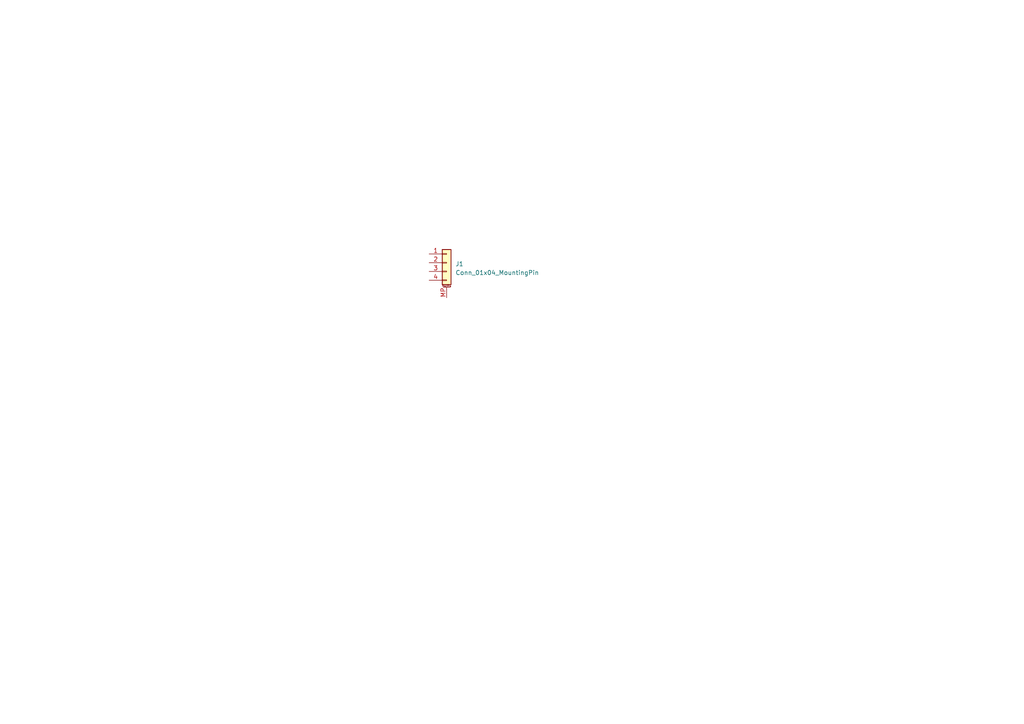
<source format=kicad_sch>
(kicad_sch (version 20230121) (generator eeschema)
  (paper "A4")
  (lib_symbols
    (symbol "Connector_Generic_MountingPin:Conn_01x04_MountingPin" (pin_names (offset 1.016) hide)
      (property "Reference" "J" (at 0 5.08 0))
      (property "Value" "Conn_01x04_MountingPin" (at 1.27 -7.62 0))
      (symbol "Conn_01x04_MountingPin_1_1"
        (rectangle (start -1.27 -4.953) (end 0 -5.207) (stroke (width 0.1524)))
        (rectangle (start -1.27 -2.413) (end 0 -2.667) (stroke (width 0.1524)))
        (rectangle (start -1.27 0.127) (end 0 -0.127) (stroke (width 0.1524)))
        (rectangle (start -1.27 2.667) (end 0 2.413) (stroke (width 0.1524)))
        (rectangle (start -1.27 3.81) (end 1.27 -6.35) (stroke (width 0.254)) (fill (type background)))
        (polyline (pts (xy -1.016 -7.112) (xy 1.016 -7.112)) (stroke (width 0.1524)))
        (text "Mounting" (at 0 -6.731 0) (effects (font (size 0.381 0.381))))
        (pin passive line (at -5.08 2.54 0) (length 3.81) (name "Pin_1") (number "1"))
        (pin passive line (at -5.08 0 0) (length 3.81) (name "Pin_2") (number "2"))
        (pin passive line (at -5.08 -2.54 0) (length 3.81) (name "Pin_3") (number "3"))
        (pin passive line (at -5.08 -5.08 0) (length 3.81) (name "Pin_4") (number "4"))
        (pin passive line (at 0 -10.16 90) (length 3.048) (name "MountPin") (number "MP"))
      )
    )
  )
  (symbol (lib_id "Connector_Generic_MountingPin:Conn_01x04_MountingPin") (at 129.54 76.2 0) (unit 1)
    (property "Reference" "J1" (at 132.08 76.5556 0) (effects (justify left)))
    (property "Value" "Conn_01x04_MountingPin" (at 132.08 79.0956 0) (effects (justify left)))
    (property "Footprint" "Connector_PinHeader_1.00mm:PinHeader_1x04_P1.00mm_Vertical" (effects hide))
  )
)
</source>
